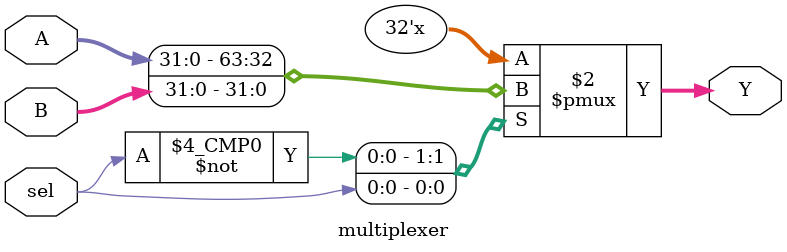
<source format=v>
module multiplexer(
    input [31:0] A,
    input [31:0] B,
    output [31:0] Y,
    input sel
    );

    always @(A or B or sel) begin
        case(sel)
            0: Y <= A;
            1: Y <= B;
        endcase
    end
endmodule
</source>
